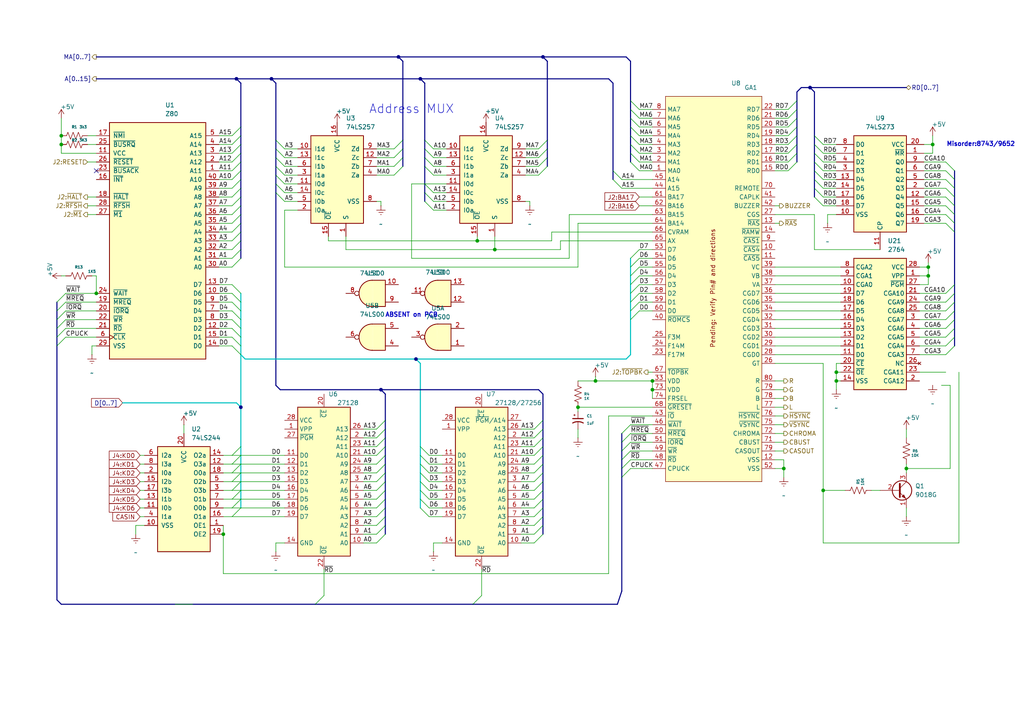
<source format=kicad_sch>
(kicad_sch (version 20231120) (generator "eeschema") (generator_version "8.0")
  (paper "A4")
  (title_block (title "Laser 500 (PAL) Main Circuit"))
  (junction (at 167.64 118.11))
  (junction (at 270.51 41.91))
  (junction (at 138.43 69.85))
  (junction (at 269.24 77.47))
  (junction (at 269.24 80.01))
  (junction (at 234.95 25.4))
  (junction (at 189.23 110.49))
  (junction (at 262.89 135.89))
  (junction (at 238.76 142.24))
  (junction (at 78.74 22.86))
  (junction (at 242.57 110.49))
  (junction (at 27.94 85.09))
  (junction (at 242.57 107.95))
  (junction (at 64.77 154.94))
  (junction (at 17.78 39.37))
  (junction (at 172.72 110.49))
  (junction (at 115.57 16.51))
  (junction (at 17.78 41.91))
  (junction (at 157.48 16.51))
  (junction (at 110.49 113.03))
  (junction (at 143.51 72.39))
  (junction (at 189.23 113.03))
  (junction (at 121.92 22.86))
  (junction (at 120.65 104.14))
  (junction (at 69.85 118.11))
  (junction (at 68.58 22.86))
  (junction (at 227.33 135.89))
  (no_connect (at 27.94 49.53))
  (bus_entry (at 274.32 64.77) (size 2.54 2.54))
  (bus_entry (at 111.76 147.32) (size -2.54 2.54))
  (bus_entry (at 69.85 139.7) (size -2.54 2.54))
  (bus_entry (at 157.48 137.16) (size -2.54 2.54))
  (bus_entry (at 182.88 123.19) (size -2.54 2.54))
  (bus_entry (at 236.22 46.99) (size 2.54 2.54))
  (bus_entry (at 69.85 142.24) (size -2.54 2.54))
  (bus_entry (at 121.92 137.16) (size 2.54 2.54))
  (bus_entry (at 276.86 92.71) (size -2.54 2.54))
  (bus_entry (at 236.22 41.91) (size 2.54 2.54))
  (bus_entry (at 93.98 172.72) (size -2.54 2.54))
  (bus_entry (at 276.86 95.25) (size -2.54 2.54))
  (bus_entry (at 123.19 48.26) (size 2.54 2.54))
  (bus_entry (at 67.31 100.33) (size 2.54 2.54))
  (bus_entry (at 111.76 154.94) (size -2.54 2.54))
  (bus_entry (at 123.19 53.34) (size 2.54 2.54))
  (bus_entry (at 274.32 59.69) (size 2.54 2.54))
  (bus_entry (at 182.88 128.27) (size -2.54 2.54))
  (bus_entry (at 276.86 90.17) (size -2.54 2.54))
  (bus_entry (at 69.85 57.15) (size -2.54 2.54))
  (bus_entry (at 111.76 137.16) (size -2.54 2.54))
  (bus_entry (at 69.85 69.85) (size -2.54 2.54))
  (bus_entry (at 276.86 87.63) (size -2.54 2.54))
  (bus_entry (at 274.32 54.61) (size 2.54 2.54))
  (bus_entry (at 231.14 41.91) (size -2.54 2.54))
  (bus_entry (at 111.76 152.4) (size -2.54 2.54))
  (bus_entry (at 231.14 34.29) (size -2.54 2.54))
  (bus_entry (at 67.31 82.55) (size 2.54 2.54))
  (bus_entry (at 276.86 100.33) (size -2.54 2.54))
  (bus_entry (at 19.05 87.63) (size -2.54 2.54))
  (bus_entry (at 139.7 172.72) (size -2.54 2.54))
  (bus_entry (at 158.75 43.18) (size -2.54 2.54))
  (bus_entry (at 185.42 82.55) (size -2.54 2.54))
  (bus_entry (at 177.8 49.53) (size 2.54 2.54))
  (bus_entry (at 116.84 48.26) (size -2.54 2.54))
  (bus_entry (at 274.32 57.15) (size 2.54 2.54))
  (bus_entry (at 274.32 52.07) (size 2.54 2.54))
  (bus_entry (at 69.85 36.83) (size -2.54 2.54))
  (bus_entry (at 19.05 92.71) (size -2.54 2.54))
  (bus_entry (at 19.05 95.25) (size -2.54 2.54))
  (bus_entry (at 121.92 147.32) (size 2.54 2.54))
  (bus_entry (at 157.48 132.08) (size -2.54 2.54))
  (bus_entry (at 111.76 121.92) (size -2.54 2.54))
  (bus_entry (at 111.76 129.54) (size -2.54 2.54))
  (bus_entry (at 157.48 129.54) (size -2.54 2.54))
  (bus_entry (at 67.31 95.25) (size 2.54 2.54))
  (bus_entry (at 182.88 46.99) (size 2.54 2.54))
  (bus_entry (at 185.42 72.39) (size -2.54 2.54))
  (bus_entry (at 67.31 92.71) (size 2.54 2.54))
  (bus_entry (at 69.85 46.99) (size -2.54 2.54))
  (bus_entry (at 123.19 40.64) (size 2.54 2.54))
  (bus_entry (at 80.01 48.26) (size 2.54 2.54))
  (bus_entry (at 157.48 142.24) (size -2.54 2.54))
  (bus_entry (at 236.22 39.37) (size 2.54 2.54))
  (bus_entry (at 121.92 129.54) (size 2.54 2.54))
  (bus_entry (at 231.14 46.99) (size -2.54 2.54))
  (bus_entry (at 69.85 144.78) (size -2.54 2.54))
  (bus_entry (at 69.85 59.69) (size -2.54 2.54))
  (bus_entry (at 69.85 134.62) (size -2.54 2.54))
  (bus_entry (at 236.22 57.15) (size 2.54 2.54))
  (bus_entry (at 185.42 74.93) (size -2.54 2.54))
  (bus_entry (at 121.92 132.08) (size 2.54 2.54))
  (bus_entry (at 158.75 45.72) (size -2.54 2.54))
  (bus_entry (at 69.85 52.07) (size -2.54 2.54))
  (bus_entry (at 157.48 124.46) (size -2.54 2.54))
  (bus_entry (at 116.84 40.64) (size -2.54 2.54))
  (bus_entry (at 121.92 139.7) (size 2.54 2.54))
  (bus_entry (at 121.92 142.24) (size 2.54 2.54))
  (bus_entry (at 276.86 85.09) (size -2.54 2.54))
  (bus_entry (at 121.92 134.62) (size 2.54 2.54))
  (bus_entry (at 69.85 72.39) (size -2.54 2.54))
  (bus_entry (at 236.22 49.53) (size 2.54 2.54))
  (bus_entry (at 231.14 31.75) (size -2.54 2.54))
  (bus_entry (at 69.85 39.37) (size -2.54 2.54))
  (bus_entry (at 236.22 52.07) (size 2.54 2.54))
  (bus_entry (at 111.76 149.86) (size -2.54 2.54))
  (bus_entry (at 69.85 132.08) (size -2.54 2.54))
  (bus_entry (at 69.85 54.61) (size -2.54 2.54))
  (bus_entry (at 158.75 40.64) (size -2.54 2.54))
  (bus_entry (at 111.76 144.78) (size -2.54 2.54))
  (bus_entry (at 157.48 139.7) (size -2.54 2.54))
  (bus_entry (at 123.19 43.18) (size 2.54 2.54))
  (bus_entry (at 157.48 147.32) (size -2.54 2.54))
  (bus_entry (at 185.42 85.09) (size -2.54 2.54))
  (bus_entry (at 231.14 29.21) (size -2.54 2.54))
  (bus_entry (at 182.88 130.81) (size -2.54 2.54))
  (bus_entry (at 123.19 55.88) (size 2.54 2.54))
  (bus_entry (at 69.85 147.32) (size -2.54 2.54))
  (bus_entry (at 69.85 129.54) (size -2.54 2.54))
  (bus_entry (at 185.42 90.17) (size -2.54 2.54))
  (bus_entry (at 111.76 134.62) (size -2.54 2.54))
  (bus_entry (at 116.84 43.18) (size -2.54 2.54))
  (bus_entry (at 67.31 97.79) (size 2.54 2.54))
  (bus_entry (at 274.32 49.53) (size 2.54 2.54))
  (bus_entry (at 182.88 36.83) (size 2.54 2.54))
  (bus_entry (at 80.01 43.18) (size 2.54 2.54))
  (bus_entry (at 69.85 62.23) (size -2.54 2.54))
  (bus_entry (at 111.76 127) (size -2.54 2.54))
  (bus_entry (at 157.48 152.4) (size -2.54 2.54))
  (bus_entry (at 157.48 127) (size -2.54 2.54))
  (bus_entry (at 19.05 97.79) (size -2.54 2.54))
  (bus_entry (at 231.14 39.37) (size -2.54 2.54))
  (bus_entry (at 274.32 46.99) (size 2.54 2.54))
  (bus_entry (at 111.76 124.46) (size -2.54 2.54))
  (bus_entry (at 231.14 36.83) (size -2.54 2.54))
  (bus_entry (at 276.86 97.79) (size -2.54 2.54))
  (bus_entry (at 80.01 55.88) (size 2.54 2.54))
  (bus_entry (at 182.88 34.29) (size 2.54 2.54))
  (bus_entry (at 182.88 31.75) (size 2.54 2.54))
  (bus_entry (at 182.88 29.21) (size 2.54 2.54))
  (bus_entry (at 111.76 132.08) (size -2.54 2.54))
  (bus_entry (at 19.05 90.17) (size -2.54 2.54))
  (bus_entry (at 123.19 58.42) (size 2.54 2.54))
  (bus_entry (at 157.48 121.92) (size -2.54 2.54))
  (bus_entry (at 116.84 45.72) (size -2.54 2.54))
  (bus_entry (at 236.22 54.61) (size 2.54 2.54))
  (bus_entry (at 111.76 139.7) (size -2.54 2.54))
  (bus_entry (at 185.42 77.47) (size -2.54 2.54))
  (bus_entry (at 182.88 39.37) (size 2.54 2.54))
  (bus_entry (at 69.85 49.53) (size -2.54 2.54))
  (bus_entry (at 185.42 80.01) (size -2.54 2.54))
  (bus_entry (at 274.32 62.23) (size 2.54 2.54))
  (bus_entry (at 182.88 125.73) (size -2.54 2.54))
  (bus_entry (at 157.48 154.94) (size -2.54 2.54))
  (bus_entry (at 157.48 134.62) (size -2.54 2.54))
  (bus_entry (at 80.01 40.64) (size 2.54 2.54))
  (bus_entry (at 123.19 45.72) (size 2.54 2.54))
  (bus_entry (at 69.85 44.45) (size -2.54 2.54))
  (bus_entry (at 67.31 85.09) (size 2.54 2.54))
  (bus_entry (at 111.76 142.24) (size -2.54 2.54))
  (bus_entry (at 182.88 44.45) (size 2.54 2.54))
  (bus_entry (at 80.01 50.8) (size 2.54 2.54))
  (bus_entry (at 67.31 90.17) (size 2.54 2.54))
  (bus_entry (at 185.42 87.63) (size -2.54 2.54))
  (bus_entry (at 231.14 44.45) (size -2.54 2.54))
  (bus_entry (at 69.85 74.93) (size -2.54 2.54))
  (bus_entry (at 157.48 149.86) (size -2.54 2.54))
  (bus_entry (at 80.01 53.34) (size 2.54 2.54))
  (bus_entry (at 236.22 44.45) (size 2.54 2.54))
  (bus_entry (at 121.92 144.78) (size 2.54 2.54))
  (bus_entry (at 182.88 135.89) (size -2.54 2.54))
  (bus_entry (at 67.31 87.63) (size 2.54 2.54))
  (bus_entry (at 69.85 137.16) (size -2.54 2.54))
  (bus_entry (at 69.85 64.77) (size -2.54 2.54))
  (bus_entry (at 182.88 133.35) (size -2.54 2.54))
  (bus_entry (at 69.85 67.31) (size -2.54 2.54))
  (bus_entry (at 80.01 45.72) (size 2.54 2.54))
  (bus_entry (at 157.48 144.78) (size -2.54 2.54))
  (bus_entry (at 19.05 85.09) (size -2.54 2.54))
  (bus_entry (at 69.85 41.91) (size -2.54 2.54))
  (bus_entry (at 276.86 82.55) (size -2.54 2.54))
  (bus_entry (at 177.8 52.07) (size 2.54 2.54))
  (bus_entry (at 158.75 48.26) (size -2.54 2.54))
  (bus_entry (at 182.88 41.91) (size 2.54 2.54))
  (wire (pts (xy 63.5 57.15) (xy 67.31 57.15)))
  (bus (pts (xy 16.51 100.33) (xy 16.51 173.99)))
  (wire (pts (xy 64.77 166.37) (xy 176.53 166.37)))
  (bus (pts (xy 158.75 40.64) (xy 158.75 43.18)))
  (wire (pts (xy 19.05 90.17) (xy 27.94 90.17)))
  (wire (pts (xy 180.34 52.07) (xy 189.23 52.07)))
  (bus (pts (xy 276.86 90.17) (xy 276.86 92.71)))
  (bus (pts (xy 182.88 31.75) (xy 182.88 34.29)))
  (bus (pts (xy 157.48 114.3) (xy 157.48 121.92)))
  (wire (pts (xy 185.42 87.63) (xy 189.23 87.63)))
  (wire (pts (xy 25.4 39.37) (xy 27.94 39.37)))
  (wire (pts (xy 139.7 165.1) (xy 139.7 172.72)))
  (bus (pts (xy 276.86 62.23) (xy 276.86 64.77)))
  (wire (pts (xy 95.25 69.85) (xy 138.43 69.85)))
  (bus (pts (xy 69.85 24.13) (xy 69.85 36.83)))
  (wire (pts (xy 80.01 157.48) (xy 80.01 160.02)))
  (wire (pts (xy 69.85 139.7) (xy 82.55 139.7)))
  (wire (pts (xy 67.31 132.08) (xy 64.77 132.08)))
  (wire (pts (xy 124.46 144.78) (xy 128.27 144.78)))
  (bus (pts (xy 231.14 34.29) (xy 231.14 36.83)))
  (wire (pts (xy 40.64 142.24) (xy 41.91 142.24)))
  (wire (pts (xy 67.31 149.86) (xy 64.77 149.86)))
  (wire (pts (xy 262.89 134.62) (xy 262.89 135.89)))
  (wire (pts (xy 63.5 41.91) (xy 67.31 41.91)))
  (wire (pts (xy 238.76 41.91) (xy 242.57 41.91)))
  (wire (pts (xy 167.64 64.77) (xy 167.64 77.47)))
  (wire (pts (xy 185.42 74.93) (xy 189.23 74.93)))
  (wire (pts (xy 227.33 128.27) (xy 224.79 128.27)))
  (wire (pts (xy 17.78 34.29) (xy 17.78 39.37)))
  (bus (pts (xy 116.84 17.78) (xy 115.57 16.51)))
  (wire (pts (xy 125.73 45.72) (xy 129.54 45.72)))
  (wire (pts (xy 69.85 147.32) (xy 67.31 147.32)))
  (wire (pts (xy 63.5 52.07) (xy 67.31 52.07)))
  (bus (pts (xy 111.76 144.78) (xy 111.76 147.32)))
  (wire (pts (xy 167.64 64.77) (xy 189.23 64.77)))
  (wire (pts (xy 224.79 77.47) (xy 243.84 77.47)))
  (bus (pts (xy 276.86 64.77) (xy 276.86 67.31)))
  (wire (pts (xy 25.4 59.69) (xy 27.94 59.69)))
  (wire (pts (xy 185.42 59.69) (xy 189.23 59.69)))
  (bus (pts (xy 69.85 57.15) (xy 69.85 59.69)))
  (bus (pts (xy 69.85 144.78) (xy 69.85 147.32)) (stroke (width 0) (color 0 194 194 1)))
  (wire (pts (xy 95.25 68.58) (xy 95.25 69.85)))
  (bus (pts (xy 69.85 54.61) (xy 69.85 57.15)))
  (bus (pts (xy 35.56 116.84) (xy 68.58 116.84)) (stroke (width 0) (color 0 194 194 1)))
  (bus (pts (xy 69.85 102.87) (xy 69.85 118.11)) (stroke (width 0) (color 0 194 194 1)))
  (bus (pts (xy 177.8 24.13) (xy 177.8 49.53)))
  (wire (pts (xy 267.97 57.15) (xy 274.32 57.15)))
  (bus (pts (xy 16.51 87.63) (xy 16.51 90.17)))
  (wire (pts (xy 105.41 142.24) (xy 109.22 142.24)))
  (wire (pts (xy 151.13 154.94) (xy 154.94 154.94)))
  (bus (pts (xy 182.88 29.21) (xy 182.88 31.75)))
  (wire (pts (xy 152.4 43.18) (xy 156.21 43.18)))
  (bus (pts (xy 115.57 16.51) (xy 157.48 16.51)))
  (wire (pts (xy 227.33 113.03) (xy 224.79 113.03)))
  (wire (pts (xy 238.76 142.24) (xy 245.11 142.24)))
  (wire (pts (xy 67.31 144.78) (xy 64.77 144.78)))
  (wire (pts (xy 63.5 69.85) (xy 67.31 69.85)))
  (wire (pts (xy 224.79 102.87) (xy 243.84 102.87)))
  (bus (pts (xy 234.95 25.4) (xy 262.89 25.4)))
  (bus (pts (xy 111.76 124.46) (xy 111.76 127)))
  (wire (pts (xy 63.5 97.79) (xy 67.31 97.79)))
  (wire (pts (xy 19.05 97.79) (xy 27.94 97.79)))
  (wire (pts (xy 143.51 68.58) (xy 143.51 72.39)))
  (bus (pts (xy 276.86 49.53) (xy 276.86 52.07)))
  (wire (pts (xy 64.77 152.4) (xy 64.77 154.94)))
  (wire (pts (xy 185.42 77.47) (xy 189.23 77.47)))
  (bus (pts (xy 231.14 41.91) (xy 231.14 44.45)))
  (wire (pts (xy 105.41 129.54) (xy 109.22 129.54)))
  (bus (pts (xy 176.53 22.86) (xy 177.8 24.13)))
  (wire (pts (xy 238.76 52.07) (xy 242.57 52.07)))
  (wire (pts (xy 25.4 46.99) (xy 27.94 46.99)))
  (bus (pts (xy 158.75 45.72) (xy 158.75 48.26)))
  (wire (pts (xy 82.55 58.42) (xy 86.36 58.42)))
  (bus (pts (xy 71.12 104.14) (xy 69.85 102.87)) (stroke (width 0) (color 0 194 194 1)))
  (bus (pts (xy 121.92 129.54) (xy 121.92 105.41)) (stroke (width 0) (color 0 194 194 1)))
  (wire (pts (xy 185.42 82.55) (xy 189.23 82.55)))
  (bus (pts (xy 111.76 121.92) (xy 111.76 124.46)))
  (wire (pts (xy 185.42 39.37) (xy 189.23 39.37)))
  (bus (pts (xy 157.48 149.86) (xy 157.48 152.4)))
  (wire (pts (xy 63.5 64.77) (xy 67.31 64.77)))
  (wire (pts (xy 63.5 74.93) (xy 67.31 74.93)))
  (wire (pts (xy 63.5 67.31) (xy 67.31 67.31)))
  (bus (pts (xy 69.85 87.63) (xy 69.85 90.17)) (stroke (width 0) (color 0 194 194 1)))
  (bus (pts (xy 177.8 49.53) (xy 177.8 52.07)))
  (wire (pts (xy 151.13 129.54) (xy 154.94 129.54)))
  (wire (pts (xy 124.46 142.24) (xy 128.27 142.24)))
  (wire (pts (xy 262.89 124.46) (xy 262.89 127)))
  (bus (pts (xy 157.48 129.54) (xy 157.48 132.08)))
  (wire (pts (xy 63.5 85.09) (xy 67.31 85.09)))
  (wire (pts (xy 182.88 123.19) (xy 189.23 123.19)))
  (bus (pts (xy 276.86 92.71) (xy 276.86 95.25)))
  (bus (pts (xy 236.22 52.07) (xy 236.22 54.61)))
  (bus (pts (xy 232.41 25.4) (xy 234.95 25.4)))
  (bus (pts (xy 80.01 53.34) (xy 80.01 50.8)))
  (bus (pts (xy 236.22 46.99) (xy 236.22 49.53)))
  (wire (pts (xy 19.05 92.71) (xy 27.94 92.71)))
  (bus (pts (xy 80.01 24.13) (xy 80.01 40.64)))
  (wire (pts (xy 224.79 80.01) (xy 243.84 80.01)))
  (wire (pts (xy 185.42 34.29) (xy 189.23 34.29)))
  (wire (pts (xy 224.79 95.25) (xy 243.84 95.25)))
  (wire (pts (xy 185.42 57.15) (xy 189.23 57.15)))
  (wire (pts (xy 40.64 149.86) (xy 41.91 149.86)))
  (bus (pts (xy 121.92 22.86) (xy 176.53 22.86)))
  (bus (pts (xy 121.92 105.41) (xy 120.65 104.14)) (stroke (width 0) (color 0 194 194 1)))
  (bus (pts (xy 157.48 139.7) (xy 157.48 142.24)))
  (wire (pts (xy 82.55 60.96) (xy 86.36 60.96)))
  (wire (pts (xy 25.4 57.15) (xy 27.94 57.15)))
  (wire (pts (xy 224.79 34.29) (xy 228.6 34.29)))
  (wire (pts (xy 185.42 41.91) (xy 189.23 41.91)))
  (bus (pts (xy 156.21 113.03) (xy 157.48 114.3)))
  (wire (pts (xy 238.76 57.15) (xy 242.57 57.15)))
  (wire (pts (xy 267.97 41.91) (xy 270.51 41.91)))
  (wire (pts (xy 151.13 152.4) (xy 154.94 152.4)))
  (bus (pts (xy 111.76 142.24) (xy 111.76 144.78)))
  (wire (pts (xy 242.57 105.41) (xy 242.57 107.95)))
  (wire (pts (xy 19.05 95.25) (xy 27.94 95.25)))
  (bus (pts (xy 231.14 26.67) (xy 232.41 25.4)))
  (wire (pts (xy 267.97 49.53) (xy 274.32 49.53)))
  (wire (pts (xy 50.8 175.26) (xy 55.88 175.26)))
  (wire (pts (xy 227.33 115.57) (xy 224.79 115.57)))
  (bus (pts (xy 69.85 59.69) (xy 69.85 62.23)))
  (wire (pts (xy 69.85 147.32) (xy 82.55 147.32)))
  (bus (pts (xy 80.01 24.13) (xy 78.74 22.86)))
  (bus (pts (xy 157.48 16.51) (xy 158.75 17.78)))
  (wire (pts (xy 238.76 157.48) (xy 278.13 157.48)))
  (wire (pts (xy 40.64 144.78) (xy 41.91 144.78)))
  (bus (pts (xy 111.76 132.08) (xy 111.76 134.62)))
  (wire (pts (xy 105.41 139.7) (xy 109.22 139.7)))
  (bus (pts (xy 78.74 22.86) (xy 121.92 22.86)))
  (bus (pts (xy 69.85 97.79) (xy 69.85 100.33)) (stroke (width 0) (color 0 194 194 1)))
  (bus (pts (xy 69.85 134.62) (xy 69.85 137.16)) (stroke (width 0) (color 0 194 194 1)))
  (wire (pts (xy 165.1 62.23) (xy 189.23 62.23)))
  (wire (pts (xy 187.96 107.95) (xy 189.23 107.95)))
  (wire (pts (xy 151.13 147.32) (xy 154.94 147.32)))
  (wire (pts (xy 123.19 53.34) (xy 129.54 53.34)))
  (wire (pts (xy 227.33 125.73) (xy 224.79 125.73)))
  (bus (pts (xy 111.76 127) (xy 111.76 129.54)))
  (wire (pts (xy 266.7 97.79) (xy 274.32 97.79)))
  (bus (pts (xy 121.92 22.86) (xy 123.19 24.13)))
  (bus (pts (xy 182.88 34.29) (xy 182.88 36.83)))
  (wire (pts (xy 266.7 100.33) (xy 274.32 100.33)))
  (wire (pts (xy 124.46 139.7) (xy 128.27 139.7)))
  (bus (pts (xy 81.28 113.03) (xy 110.49 113.03)))
  (wire (pts (xy 224.79 85.09) (xy 243.84 85.09)))
  (bus (pts (xy 157.48 16.51) (xy 181.61 16.51)))
  (bus (pts (xy 17.78 175.26) (xy 16.51 173.99)))
  (wire (pts (xy 105.41 132.08) (xy 109.22 132.08)))
  (bus (pts (xy 182.88 17.78) (xy 181.61 16.51)))
  (wire (pts (xy 63.5 100.33) (xy 67.31 100.33)))
  (bus (pts (xy 276.86 57.15) (xy 276.86 59.69)))
  (wire (pts (xy 269.24 77.47) (xy 269.24 80.01)))
  (bus (pts (xy 121.92 147.32) (xy 121.92 144.78)) (stroke (width 0) (color 0 194 194 1)))
  (bus (pts (xy 69.85 67.31) (xy 69.85 69.85)))
  (bus (pts (xy 182.88 41.91) (xy 182.88 44.45)))
  (bus (pts (xy 157.48 137.16) (xy 157.48 139.7)))
  (bus (pts (xy 69.85 36.83) (xy 69.85 39.37)))
  (wire (pts (xy 182.88 128.27) (xy 189.23 128.27)))
  (wire (pts (xy 227.33 135.89) (xy 227.33 138.43)))
  (wire (pts (xy 267.97 62.23) (xy 274.32 62.23)))
  (wire (pts (xy 124.46 149.86) (xy 128.27 149.86)))
  (wire (pts (xy 238.76 46.99) (xy 242.57 46.99)))
  (bus (pts (xy 69.85 92.71) (xy 69.85 95.25)) (stroke (width 0) (color 0 194 194 1)))
  (bus (pts (xy 69.85 24.13) (xy 68.58 22.86)))
  (bus (pts (xy 123.19 45.72) (xy 123.19 48.26)))
  (wire (pts (xy 69.85 132.08) (xy 67.31 132.08)))
  (wire (pts (xy 236.22 62.23) (xy 236.22 72.39)))
  (wire (pts (xy 105.41 147.32) (xy 109.22 147.32)))
  (wire (pts (xy 224.79 39.37) (xy 228.6 39.37)))
  (wire (pts (xy 151.13 137.16) (xy 154.94 137.16)))
  (bus (pts (xy 69.85 41.91) (xy 69.85 44.45)))
  (wire (pts (xy 69.85 132.08) (xy 82.55 132.08)))
  (wire (pts (xy 224.79 100.33) (xy 243.84 100.33)))
  (bus (pts (xy 69.85 90.17) (xy 69.85 92.71)) (stroke (width 0) (color 0 194 194 1)))
  (wire (pts (xy 162.56 69.85) (xy 162.56 72.39)))
  (wire (pts (xy 269.24 76.2) (xy 269.24 77.47)))
  (wire (pts (xy 82.55 60.96) (xy 82.55 77.47)))
  (wire (pts (xy 63.5 72.39) (xy 67.31 72.39)))
  (wire (pts (xy 238.76 54.61) (xy 242.57 54.61)))
  (wire (pts (xy 266.7 87.63) (xy 274.32 87.63)))
  (bus (pts (xy 121.92 144.78) (xy 121.92 142.24)) (stroke (width 0) (color 0 194 194 1)))
  (wire (pts (xy 189.23 113.03) (xy 189.23 115.57)))
  (wire (pts (xy 69.85 137.16) (xy 82.55 137.16)))
  (wire (pts (xy 17.78 41.91) (xy 17.78 44.45)))
  (wire (pts (xy 165.1 62.23) (xy 165.1 74.93)))
  (wire (pts (xy 240.03 62.23) (xy 240.03 64.77)))
  (wire (pts (xy 266.7 77.47) (xy 269.24 77.47)))
  (wire (pts (xy 124.46 134.62) (xy 128.27 134.62)))
  (wire (pts (xy 172.72 110.49) (xy 189.23 110.49)))
  (wire (pts (xy 227.33 120.65) (xy 224.79 120.65)))
  (wire (pts (xy 238.76 49.53) (xy 242.57 49.53)))
  (wire (pts (xy 153.67 58.42) (xy 153.67 59.69)))
  (bus (pts (xy 231.14 39.37) (xy 231.14 41.91)))
  (wire (pts (xy 151.13 134.62) (xy 154.94 134.62)))
  (bus (pts (xy 157.48 127) (xy 157.48 129.54)))
  (wire (pts (xy 224.79 31.75) (xy 228.6 31.75)))
  (bus (pts (xy 27.94 16.51) (xy 115.57 16.51)))
  (wire (pts (xy 242.57 110.49) (xy 242.57 113.03)))
  (bus (pts (xy 69.85 95.25) (xy 69.85 97.79)) (stroke (width 0) (color 0 194 194 1)))
  (bus (pts (xy 231.14 29.21) (xy 231.14 31.75)))
  (bus (pts (xy 69.85 142.24) (xy 69.85 144.78)) (stroke (width 0) (color 0 194 194 1)))
  (bus (pts (xy 236.22 41.91) (xy 236.22 44.45)))
  (bus (pts (xy 276.86 82.55) (xy 276.86 85.09)))
  (bus (pts (xy 69.85 52.07) (xy 69.85 54.61)))
  (bus (pts (xy 116.84 43.18) (xy 116.84 45.72)))
  (wire (pts (xy 40.64 132.08) (xy 41.91 132.08)))
  (wire (pts (xy 17.78 44.45) (xy 27.94 44.45)))
  (bus (pts (xy 231.14 29.21) (xy 231.14 26.67)))
  (wire (pts (xy 151.13 142.24) (xy 154.94 142.24)))
  (wire (pts (xy 152.4 58.42) (xy 153.67 58.42)))
  (bus (pts (xy 123.19 40.64) (xy 123.19 43.18)))
  (wire (pts (xy 63.5 44.45) (xy 67.31 44.45)))
  (bus (pts (xy 69.85 69.85) (xy 69.85 72.39)))
  (bus (pts (xy 182.88 82.55) (xy 182.88 85.09)) (stroke (width 0) (color 0 194 194 1)))
  (bus (pts (xy 116.84 17.78) (xy 116.84 40.64)))
  (bus (pts (xy 80.01 55.88) (xy 80.01 53.34)))
  (bus (pts (xy 157.48 124.46) (xy 157.48 127)))
  (wire (pts (xy 125.73 157.48) (xy 128.27 157.48)))
  (wire (pts (xy 19.05 85.09) (xy 27.94 85.09)))
  (wire (pts (xy 69.85 142.24) (xy 67.31 142.24)))
  (wire (pts (xy 185.42 90.17) (xy 189.23 90.17)))
  (bus (pts (xy 182.88 85.09) (xy 182.88 87.63)) (stroke (width 0) (color 0 194 194 1)))
  (bus (pts (xy 121.92 132.08) (xy 121.92 129.54)) (stroke (width 0) (color 0 194 194 1)))
  (wire (pts (xy 125.73 58.42) (xy 129.54 58.42)))
  (bus (pts (xy 80.01 111.76) (xy 81.28 113.03)))
  (wire (pts (xy 262.89 147.32) (xy 262.89 149.86)))
  (bus (pts (xy 276.86 67.31) (xy 276.86 82.55)))
  (wire (pts (xy 182.88 130.81) (xy 189.23 130.81)))
  (wire (pts (xy 242.57 110.49) (xy 243.84 110.49)))
  (bus (pts (xy 69.85 137.16) (xy 69.85 139.7)) (stroke (width 0) (color 0 194 194 1)))
  (wire (pts (xy 41.91 152.4) (xy 39.37 152.4)))
  (bus (pts (xy 182.88 17.78) (xy 182.88 29.21)))
  (bus (pts (xy 121.92 134.62) (xy 121.92 132.08)) (stroke (width 0) (color 0 194 194 1)))
  (wire (pts (xy 105.41 127) (xy 109.22 127)))
  (wire (pts (xy 67.31 137.16) (xy 64.77 137.16)))
  (bus (pts (xy 182.88 36.83) (xy 182.88 39.37)))
  (wire (pts (xy 267.97 52.07) (xy 274.32 52.07)))
  (wire (pts (xy 151.13 157.48) (xy 154.94 157.48)))
  (wire (pts (xy 63.5 77.47) (xy 67.31 77.47)))
  (wire (pts (xy 138.43 69.85) (xy 160.02 69.85)))
  (bus (pts (xy 180.34 138.43) (xy 180.34 171.45)))
  (wire (pts (xy 100.33 72.39) (xy 143.51 72.39)))
  (wire (pts (xy 227.33 130.81) (xy 224.79 130.81)))
  (wire (pts (xy 152.4 48.26) (xy 156.21 48.26)))
  (bus (pts (xy 180.34 171.45) (xy 179.07 175.26)))
  (wire (pts (xy 119.38 53.34) (xy 119.38 74.93)))
  (wire (pts (xy 82.55 77.47) (xy 167.64 77.47)))
  (bus (pts (xy 137.16 175.26) (xy 179.07 175.26)))
  (wire (pts (xy 167.64 124.46) (xy 167.64 127)))
  (bus (pts (xy 111.76 139.7) (xy 111.76 142.24)))
  (wire (pts (xy 125.73 48.26) (xy 129.54 48.26)))
  (bus (pts (xy 231.14 31.75) (xy 231.14 34.29)))
  (bus (pts (xy 276.86 95.25) (xy 276.86 97.79)))
  (bus (pts (xy 110.49 113.03) (xy 111.76 114.3)))
  (bus (pts (xy 182.88 92.71) (xy 182.88 102.87)) (stroke (width 0) (color 0 194 194 1)))
  (wire (pts (xy 182.88 133.35) (xy 189.23 133.35)))
  (bus (pts (xy 16.51 90.17) (xy 16.51 92.71)))
  (bus (pts (xy 157.48 142.24) (xy 157.48 144.78)))
  (bus (pts (xy 120.65 104.14) (xy 181.61 104.14)) (stroke (width 0) (color 0 194 194 1)))
  (bus (pts (xy 69.85 100.33) (xy 69.85 102.87)) (stroke (width 0) (color 0 194 194 1)))
  (bus (pts (xy 80.01 50.8) (xy 80.01 48.26)))
  (wire (pts (xy 67.31 139.7) (xy 64.77 139.7)))
  (bus (pts (xy 182.88 77.47) (xy 182.88 80.01)) (stroke (width 0) (color 0 194 194 1)))
  (bus (pts (xy 116.84 45.72) (xy 116.84 48.26)))
  (wire (pts (xy 152.4 50.8) (xy 156.21 50.8)))
  (wire (pts (xy 124.46 147.32) (xy 128.27 147.32)))
  (wire (pts (xy 176.53 120.65) (xy 176.53 166.37)))
  (bus (pts (xy 69.85 62.23) (xy 69.85 64.77)))
  (wire (pts (xy 252.73 142.24) (xy 255.27 142.24)))
  (wire (pts (xy 82.55 53.34) (xy 86.36 53.34)))
  (wire (pts (xy 105.41 152.4) (xy 109.22 152.4)))
  (wire (pts (xy 63.5 82.55) (xy 67.31 82.55)))
  (wire (pts (xy 224.79 90.17) (xy 243.84 90.17)))
  (wire (pts (xy 63.5 62.23) (xy 67.31 62.23)))
  (wire (pts (xy 266.7 102.87) (xy 274.32 102.87)))
  (bus (pts (xy 158.75 17.78) (xy 158.75 40.64)))
  (wire (pts (xy 82.55 43.18) (xy 86.36 43.18)))
  (wire (pts (xy 240.03 62.23) (xy 242.57 62.23)))
  (wire (pts (xy 152.4 45.72) (xy 156.21 45.72)))
  (wire (pts (xy 100.33 68.58) (xy 100.33 72.39)))
  (wire (pts (xy 160.02 67.31) (xy 160.02 69.85)))
  (wire (pts (xy 224.79 49.53) (xy 228.6 49.53)))
  (bus (pts (xy 111.76 147.32) (xy 111.76 149.86)))
  (wire (pts (xy 67.31 147.32) (xy 64.77 147.32)))
  (bus (pts (xy 91.44 175.26) (xy 137.16 175.26)))
  (bus (pts (xy 69.85 44.45) (xy 69.85 46.99)))
  (bus (pts (xy 276.86 54.61) (xy 276.86 57.15)))
  (wire (pts (xy 25.4 41.91) (xy 27.94 41.91)))
  (wire (pts (xy 266.7 92.71) (xy 274.32 92.71)))
  (wire (pts (xy 224.79 41.91) (xy 228.6 41.91)))
  (wire (pts (xy 125.73 50.8) (xy 129.54 50.8)))
  (wire (pts (xy 40.64 147.32) (xy 41.91 147.32)))
  (wire (pts (xy 40.64 134.62) (xy 41.91 134.62)))
  (bus (pts (xy 111.76 152.4) (xy 111.76 154.94)))
  (bus (pts (xy 182.88 44.45) (xy 182.88 46.99)))
  (wire (pts (xy 63.5 90.17) (xy 67.31 90.17)))
  (wire (pts (xy 125.73 43.18) (xy 129.54 43.18)))
  (wire (pts (xy 69.85 134.62) (xy 67.31 134.62)))
  (bus (pts (xy 236.22 39.37) (xy 236.22 41.91)))
  (bus (pts (xy 123.19 48.26) (xy 123.19 53.34)))
  (wire (pts (xy 266.7 82.55) (xy 269.24 82.55)))
  (wire (pts (xy 105.41 144.78) (xy 109.22 144.78)))
  (wire (pts (xy 105.41 137.16) (xy 109.22 137.16)))
  (wire (pts (xy 109.22 48.26) (xy 114.3 48.26)))
  (bus (pts (xy 69.85 49.53) (xy 69.85 52.07)))
  (wire (pts (xy 262.89 135.89) (xy 262.89 137.16)))
  (wire (pts (xy 266.7 95.25) (xy 274.32 95.25)))
  (bus (pts (xy 157.48 121.92) (xy 157.48 124.46)))
  (wire (pts (xy 227.33 110.49) (xy 224.79 110.49)))
  (wire (pts (xy 82.55 50.8) (xy 86.36 50.8)))
  (wire (pts (xy 105.41 154.94) (xy 109.22 154.94)))
  (wire (pts (xy 224.79 135.89) (xy 227.33 135.89)))
  (wire (pts (xy 109.22 58.42) (xy 110.49 58.42)))
  (bus (pts (xy 180.34 130.81) (xy 180.34 133.35)))
  (bus (pts (xy 276.86 52.07) (xy 276.86 54.61)))
  (wire (pts (xy 69.85 142.24) (xy 82.55 142.24)))
  (bus (pts (xy 111.76 114.3) (xy 111.76 121.92)))
  (wire (pts (xy 109.22 50.8) (xy 114.3 50.8)))
  (wire (pts (xy 238.76 142.24) (xy 238.76 157.48)))
  (bus (pts (xy 69.85 132.08) (xy 69.85 134.62)) (stroke (width 0) (color 0 194 194 1)))
  (wire (pts (xy 69.85 137.16) (xy 67.31 137.16)))
  (bus (pts (xy 231.14 36.83) (xy 231.14 39.37)))
  (bus (pts (xy 111.76 149.86) (xy 111.76 152.4)))
  (wire (pts (xy 185.42 44.45) (xy 189.23 44.45)))
  (bus (pts (xy 121.92 142.24) (xy 121.92 139.7)) (stroke (width 0) (color 0 194 194 1)))
  (wire (pts (xy 224.79 44.45) (xy 228.6 44.45)))
  (wire (pts (xy 69.85 144.78) (xy 82.55 144.78)))
  (wire (pts (xy 185.42 31.75) (xy 189.23 31.75)))
  (bus (pts (xy 236.22 44.45) (xy 236.22 46.99)))
  (wire (pts (xy 40.64 139.7) (xy 41.91 139.7)))
  (wire (pts (xy 267.97 46.99) (xy 274.32 46.99)))
  (wire (pts (xy 125.73 157.48) (xy 125.73 160.02)))
  (wire (pts (xy 227.33 133.35) (xy 227.33 135.89)))
  (bus (pts (xy 276.86 59.69) (xy 276.86 62.23)))
  (bus (pts (xy 276.86 87.63) (xy 276.86 90.17)))
  (wire (pts (xy 39.37 152.4) (xy 39.37 154.94)))
  (wire (pts (xy 63.5 54.61) (xy 67.31 54.61)))
  (wire (pts (xy 224.79 46.99) (xy 228.6 46.99)))
  (wire (pts (xy 63.5 46.99) (xy 67.31 46.99)))
  (wire (pts (xy 110.49 58.42) (xy 110.49 59.69)))
  (wire (pts (xy 125.73 60.96) (xy 129.54 60.96)))
  (wire (pts (xy 267.97 64.77) (xy 274.32 64.77)))
  (wire (pts (xy 19.05 87.63) (xy 27.94 87.63)))
  (wire (pts (xy 176.53 120.65) (xy 189.23 120.65)))
  (wire (pts (xy 224.79 97.79) (xy 243.84 97.79)))
  (wire (pts (xy 185.42 80.01) (xy 189.23 80.01)))
  (bus (pts (xy 111.76 137.16) (xy 111.76 139.7)))
  (wire (pts (xy 162.56 69.85) (xy 189.23 69.85)))
  (bus (pts (xy 236.22 52.07) (xy 236.22 49.53)))
  (wire (pts (xy 224.79 82.55) (xy 243.84 82.55)))
  (bus (pts (xy 121.92 139.7) (xy 121.92 137.16)) (stroke (width 0) (color 0 194 194 1)))
  (wire (pts (xy 119.38 53.34) (xy 123.19 53.34)))
  (wire (pts (xy 172.72 109.22) (xy 172.72 110.49)))
  (bus (pts (xy 111.76 134.62) (xy 111.76 137.16)))
  (bus (pts (xy 180.34 133.35) (xy 180.34 135.89)))
  (wire (pts (xy 105.41 157.48) (xy 109.22 157.48)))
  (bus (pts (xy 69.85 129.54) (xy 69.85 132.08)) (stroke (width 0) (color 0 194 194 1)))
  (bus (pts (xy 182.88 39.37) (xy 182.88 41.91)))
  (bus (pts (xy 182.88 74.93) (xy 182.88 77.47)) (stroke (width 0) (color 0 194 194 1)))
  (wire (pts (xy 105.41 124.46) (xy 109.22 124.46)))
  (bus (pts (xy 234.95 25.4) (xy 236.22 26.67)))
  (wire (pts (xy 27.94 100.33) (xy 26.67 100.33)))
  (wire (pts (xy 185.42 72.39) (xy 189.23 72.39)))
  (wire (pts (xy 40.64 137.16) (xy 41.91 137.16)))
  (wire (pts (xy 270.51 39.37) (xy 270.51 41.91)))
  (bus (pts (xy 80.01 45.72) (xy 80.01 43.18)))
  (wire (pts (xy 185.42 49.53) (xy 189.23 49.53)))
  (bus (pts (xy 69.85 139.7) (xy 69.85 142.24)) (stroke (width 0) (color 0 194 194 1)))
  (wire (pts (xy 167.64 118.11) (xy 189.23 118.11)))
  (bus (pts (xy 276.86 85.09) (xy 276.86 87.63)))
  (wire (pts (xy 109.22 45.72) (xy 114.3 45.72)))
  (wire (pts (xy 224.79 59.69) (xy 226.06 59.69)))
  (wire (pts (xy 273.05 111.76) (xy 275.59 111.76)))
  (bus (pts (xy 236.22 57.15) (xy 236.22 54.61)))
  (wire (pts (xy 63.5 39.37) (xy 67.31 39.37)))
  (bus (pts (xy 16.51 92.71) (xy 16.51 95.25)))
  (wire (pts (xy 267.97 44.45) (xy 270.51 44.45)))
  (bus (pts (xy 69.85 64.77) (xy 69.85 67.31)))
  (wire (pts (xy 224.79 105.41) (xy 238.76 105.41)))
  (bus (pts (xy 231.14 44.45) (xy 231.14 46.99)))
  (wire (pts (xy 224.79 133.35) (xy 227.33 133.35)))
  (wire (pts (xy 238.76 59.69) (xy 242.57 59.69)))
  (wire (pts (xy 275.59 111.76) (xy 275.59 135.89)))
  (bus (pts (xy 110.49 113.03) (xy 156.21 113.03)))
  (wire (pts (xy 236.22 72.39) (xy 255.27 72.39)))
  (wire (pts (xy 151.13 127) (xy 154.94 127)))
  (wire (pts (xy 269.24 80.01) (xy 269.24 82.55)))
  (wire (pts (xy 227.33 118.11) (xy 224.79 118.11)))
  (wire (pts (xy 63.5 92.71) (xy 67.31 92.71)))
  (wire (pts (xy 25.4 62.23) (xy 27.94 62.23)))
  (wire (pts (xy 167.64 110.49) (xy 172.72 110.49)))
  (bus (pts (xy 123.19 24.13) (xy 123.19 40.64)))
  (wire (pts (xy 80.01 157.48) (xy 82.55 157.48)))
  (wire (pts (xy 124.46 132.08) (xy 128.27 132.08)))
  (wire (pts (xy 224.79 36.83) (xy 228.6 36.83)))
  (bus (pts (xy 182.88 102.87) (xy 181.61 104.14)) (stroke (width 0) (color 0 194 194 1)))
  (wire (pts (xy 238.76 105.41) (xy 238.76 142.24)))
  (bus (pts (xy 123.19 55.88) (xy 123.19 58.42)))
  (wire (pts (xy 238.76 44.45) (xy 242.57 44.45)))
  (wire (pts (xy 69.85 134.62) (xy 82.55 134.62)))
  (wire (pts (xy 262.89 135.89) (xy 275.59 135.89)))
  (wire (pts (xy 124.46 137.16) (xy 128.27 137.16)))
  (wire (pts (xy 125.73 55.88) (xy 129.54 55.88)))
  (wire (pts (xy 266.7 90.17) (xy 274.32 90.17)))
  (wire (pts (xy 17.78 80.01) (xy 19.05 80.01)))
  (wire (pts (xy 266.7 85.09) (xy 274.32 85.09)))
  (wire (pts (xy 67.31 142.24) (xy 64.77 142.24)))
  (wire (pts (xy 63.5 59.69) (xy 67.31 59.69)))
  (wire (pts (xy 82.55 48.26) (xy 86.36 48.26)))
  (wire (pts (xy 151.13 124.46) (xy 154.94 124.46)))
  (bus (pts (xy 157.48 147.32) (xy 157.48 149.86)))
  (bus (pts (xy 180.34 128.27) (xy 180.34 130.81)))
  (bus (pts (xy 68.58 116.84) (xy 69.85 118.11)) (stroke (width 0) (color 0 194 194 1)))
  (bus (pts (xy 123.19 43.18) (xy 123.19 45.72)))
  (bus (pts (xy 180.34 125.73) (xy 180.34 128.27)))
  (wire (pts (xy 266.7 80.01) (xy 269.24 80.01)))
  (wire (pts (xy 138.43 68.58) (xy 138.43 69.85)))
  (wire (pts (xy 151.13 149.86) (xy 154.94 149.86)))
  (wire (pts (xy 270.51 41.91) (xy 270.51 44.45)))
  (bus (pts (xy 17.78 175.26) (xy 91.44 175.26)))
  (bus (pts (xy 158.75 43.18) (xy 158.75 45.72)))
  (wire (pts (xy 242.57 105.41) (xy 243.84 105.41)))
  (wire (pts (xy 224.79 62.23) (xy 236.22 62.23)))
  (wire (pts (xy 266.7 107.95) (xy 274.32 107.95)))
  (wire (pts (xy 185.42 36.83) (xy 189.23 36.83)))
  (bus (pts (xy 180.34 135.89) (xy 180.34 138.43)))
  (bus (pts (xy 80.01 55.88) (xy 80.01 111.76)))
  (bus (pts (xy 27.94 22.86) (xy 68.58 22.86)))
  (bus (pts (xy 69.85 85.09) (xy 69.85 87.63)) (stroke (width 0) (color 0 194 194 1)))
  (wire (pts (xy 82.55 55.88) (xy 86.36 55.88)))
  (bus (pts (xy 69.85 72.39) (xy 69.85 74.93)))
  (bus (pts (xy 236.22 39.37) (xy 236.22 26.67)))
  (wire (pts (xy 93.98 165.1) (xy 93.98 172.72)))
  (wire (pts (xy 105.41 134.62) (xy 109.22 134.62)))
  (wire (pts (xy 143.51 72.39) (xy 162.56 72.39)))
  (wire (pts (xy 227.33 123.19) (xy 224.79 123.19)))
  (wire (pts (xy 63.5 87.63) (xy 67.31 87.63)))
  (bus (pts (xy 157.48 134.62) (xy 157.48 137.16)))
  (bus (pts (xy 182.88 90.17) (xy 182.88 92.71)) (stroke (width 0) (color 0 194 194 1)))
  (wire (pts (xy 267.97 54.61) (xy 274.32 54.61)))
  (bus (pts (xy 157.48 132.08) (xy 157.48 134.62)))
  (bus (pts (xy 16.51 97.79) (xy 16.51 100.33)))
  (bus (pts (xy 116.84 40.64) (xy 116.84 43.18)))
  (wire (pts (xy 182.88 125.73) (xy 189.23 125.73)))
  (wire (pts (xy 17.78 39.37) (xy 17.78 41.91)))
  (wire (pts (xy 53.34 123.19) (xy 53.34 125.73)))
  (bus (pts (xy 276.86 97.79) (xy 276.86 100.33)))
  (wire (pts (xy 242.57 107.95) (xy 243.84 107.95)))
  (wire (pts (xy 224.79 87.63) (xy 243.84 87.63)))
  (wire (pts (xy 185.42 85.09) (xy 189.23 85.09)))
  (wire (pts (xy 64.77 154.94) (xy 64.77 166.37)))
  (wire (pts (xy 69.85 139.7) (xy 67.31 139.7)))
  (bus (pts (xy 69.85 39.37) (xy 69.85 41.91)))
  (wire (pts (xy 167.64 118.11) (xy 167.64 119.38)))
  (bus (pts (xy 123.19 53.34) (xy 123.19 55.88)))
  (bus (pts (xy 69.85 46.99) (xy 69.85 49.53)))
  (bus (pts (xy 157.48 144.78) (xy 157.48 147.32)))
  (wire (pts (xy 224.79 92.71) (xy 243.84 92.71)))
  (wire (pts (xy 226.06 64.77) (xy 224.79 64.77)))
  (bus (pts (xy 69.85 118.11) (xy 69.85 129.54)) (stroke (width 0) (color 0 194 194 1)))
  (wire (pts (xy 63.5 49.53) (xy 67.31 49.53)))
  (bus (pts (xy 80.01 43.18) (xy 80.01 40.64)))
  (wire (pts (xy 160.02 67.31) (xy 189.23 67.31)))
  (wire (pts (xy 69.85 144.78) (xy 67.31 144.78)))
  (wire (pts (xy 278.13 107.95) (xy 278.13 157.48)))
  (wire (pts (xy 189.23 110.49) (xy 189.23 113.03)))
  (wire (pts (xy 27.94 80.01) (xy 27.94 85.09)))
  (wire (pts (xy 67.31 134.62) (xy 64.77 134.62)))
  (wire (pts (xy 185.42 46.99) (xy 189.23 46.99)))
  (bus (pts (xy 121.92 137.16) (xy 121.92 134.62)) (stroke (width 0) (color 0 194 194 1)))
  (bus (pts (xy 68.58 22.86) (xy 78.74 22.86)))
  (wire (pts (xy 67.31 149.86) (xy 82.55 149.86)))
  (wire (pts (xy 26.67 100.33) (xy 26.67 102.87)))
  (wire (pts (xy 119.38 74.93) (xy 165.1 74.93)))
  (wire (pts (xy 242.57 107.95) (xy 242.57 110.49)))
  (bus (pts (xy 182.88 87.63) (xy 182.88 90.17)) (stroke (width 0) (color 0 194 194 1)))
  (wire (pts (xy 109.22 43.18) (xy 114.3 43.18)))
  (bus (pts (xy 157.48 152.4) (xy 157.48 154.94)))
  (wire (pts (xy 151.13 132.08) (xy 154.94 132.08)))
  (wire (pts (xy 267.97 59.69) (xy 274.32 59.69)))
  (wire (pts (xy 182.88 135.89) (xy 189.23 135.89)))
  (bus (pts (xy 80.01 48.26) (xy 80.01 45.72)))
  (wire (pts (xy 63.5 95.25) (xy 67.31 95.25)))
  (wire (pts (xy 151.13 144.78) (xy 154.94 144.78)))
  (wire (pts (xy 151.13 139.7) (xy 154.94 139.7)))
  (bus (pts (xy 182.88 80.01) (xy 182.88 82.55)) (stroke (width 0) (color 0 194 194 1)))
  (bus (pts (xy 111.76 129.54) (xy 111.76 132.08)))
  (wire (pts (xy 26.67 80.01) (xy 27.94 80.01)))
  (wire (pts (xy 180.34 54.61) (xy 189.23 54.61)))
  (wire (pts (xy 105.41 149.86) (xy 109.22 149.86)))
  (wire (pts (xy 82.55 45.72) (xy 86.36 45.72)))
  (bus (pts (xy 120.65 104.14) (xy 71.12 104.14)) (stroke (width 0) (color 0 194 194 1)))
  (bus (pts (xy 16.51 95.25) (xy 16.51 97.79)))
  (text "ABSENT on PCB" (at 119.38 91.44 0) (effects (font (size 1.27 1.27) (thickness 0.254) (bold yes))))
  (text "Address MUX" (at 119.38 31.75 0) (effects (font (size 2.54 2.54))))
  (text "Misorder:8743/9652" (at 284.48 41.91 0) (effects (font (size 1.27 1.27) (thickness 0.254) (bold yes))))
  (label "A10" (at 63.5 52.07 0))
  (label "A6" (at 105.41 142.24 0))
  (label "A8" (at 151.13 137.16 0))
  (label "D2" (at 124.46 137.16 0))
  (label "D3" (at 185.42 82.55 0))
  (label "RD2" (at 238.76 54.61 0))
  (label "A1" (at 82.55 48.26 0))
  (label "A14" (at 180.34 52.07 0))
  (label "D1" (at 124.46 134.62 0))
  (label "D3" (at 124.46 139.7 0))
  (label "MA0" (at 109.22 50.8 0))
  (label "A11" (at 105.41 129.54 0))
  (label "D4" (at 185.42 80.01 0))
  (label "MA4" (at 152.4 50.8 0))
  (label "A8" (at 63.5 57.15 0))
  (label "CGA4" (at 267.97 62.23 0))
  (label "D2" (at 63.5 95.25 0))
  (label "~{IORQ}" (at 182.88 128.27 0))
  (label "RD2" (at 224.79 44.45 0))
  (label "RD4" (at 224.79 39.37 0))
  (label "CGA7" (at 267.97 54.61 0))
  (label "A10" (at 125.73 43.18 0))
  (label "A6" (at 63.5 62.23 0))
  (label "A11" (at 151.13 129.54 0))
  (label "A3" (at 63.5 69.85 0))
  (label "MA6" (at 185.42 34.29 0))
  (label "A13" (at 151.13 124.46 0))
  (label "RD6" (at 238.76 44.45 0))
  (label "A2" (at 151.13 152.4 0))
  (label "RD1" (at 238.76 57.15 0))
  (label "RD5" (at 224.79 36.83 0))
  (label "RD3" (at 224.79 41.91 0))
  (label "RD0" (at 224.79 49.53 0))
  (label "A7" (at 63.5 59.69 0))
  (label "RD7" (at 238.76 41.91 0))
  (label "A8" (at 125.73 48.26 0))
  (label "D5" (at 124.46 144.78 0))
  (label "D4" (at 124.46 142.24 0))
  (label "A9" (at 105.41 134.62 0))
  (label "CGA6" (at 267.97 95.25 0))
  (label "A15" (at 180.34 54.61 0))
  (label "A1" (at 105.41 154.94 0))
  (label "D3" (at 63.5 92.71 0))
  (label "A13" (at 63.5 44.45 0))
  (label "RD5" (at 238.76 46.99 0))
  (label "~{IORQ}" (at 19.05 90.17 0))
  (label "A9" (at 125.73 45.72 0))
  (label "CGA8" (at 267.97 52.07 0))
  (label "D2" (at 78.74 137.16 0))
  (label "~{RD}" (at 19.05 95.25 0))
  (label "A8" (at 105.41 137.16 0))
  (label "A7" (at 82.55 53.34 0))
  (label "A11" (at 125.73 60.96 0))
  (label "CGA9" (at 267.97 87.63 0))
  (label "A3" (at 82.55 43.18 0))
  (label "A3" (at 105.41 149.86 0))
  (label "A7" (at 105.41 139.7 0))
  (label "A1" (at 63.5 74.93 0))
  (label "A2" (at 105.41 152.4 0))
  (label "RD6" (at 224.79 34.29 0))
  (label "MA7" (at 185.42 31.75 0))
  (label "D5" (at 185.42 77.47 0))
  (label "CPUCK" (at 19.05 97.79 0))
  (label "MA5" (at 185.42 36.83 0))
  (label "CGA10" (at 267.97 46.99 0))
  (label "CGA8" (at 267.97 90.17 0))
  (label "A9" (at 63.5 54.61 0))
  (label "D1" (at 63.5 97.79 0))
  (label "D0" (at 63.5 100.33 0))
  (label "A4" (at 125.73 50.8 0))
  (label "MA7" (at 152.4 43.18 0))
  (label "D1" (at 185.42 87.63 0))
  (label "MA2" (at 185.42 44.45 0))
  (label "~{WR}" (at 182.88 130.81 0))
  (label "MA1" (at 109.22 48.26 0))
  (label "A3" (at 151.13 149.86 0))
  (label "A12" (at 151.13 127 0))
  (label "A0" (at 151.13 157.48 0))
  (label "A6" (at 151.13 142.24 0))
  (label "D6" (at 185.42 74.93 0))
  (label "~{MREQ}" (at 182.88 125.73 0))
  (label "A10" (at 151.13 132.08 0))
  (label "~{WAIT}" (at 19.05 85.09 0))
  (label "~{MREQ}" (at 19.05 87.63 0))
  (label "D6" (at 78.74 147.32 0))
  (label "RD1" (at 224.79 46.99 0))
  (label "D5" (at 63.5 87.63 0))
  (label "D6" (at 63.5 85.09 0))
  (label "A0" (at 105.41 157.48 0))
  (label "A9" (at 151.13 134.62 0))
  (label "RD7" (at 224.79 31.75 0))
  (label "MA1" (at 185.42 46.99 0))
  (label "A5" (at 105.41 144.78 0))
  (label "CGA7" (at 267.97 92.71 0))
  (label "A13" (at 105.41 124.46 0))
  (label "D0" (at 124.46 132.08 0))
  (label "A1" (at 151.13 154.94 0))
  (label "D0" (at 185.42 90.17 0))
  (label "A4" (at 63.5 67.31 0))
  (label "D0" (at 78.74 132.08 0))
  (label "D7" (at 124.46 149.86 0))
  (label "A6" (at 82.55 55.88 0))
  (label "CGA10" (at 267.97 85.09 0))
  (label "D5" (at 78.74 144.78 0))
  (label "A7" (at 151.13 139.7 0))
  (label "A2" (at 63.5 72.39 0))
  (label "RD4" (at 238.76 49.53 0))
  (label "~{WAIT}" (at 182.88 123.19 0))
  (label "MA0" (at 185.42 49.53 0))
  (label "A5" (at 82.55 58.42 0))
  (label "D7" (at 185.42 72.39 0))
  (label "MA3" (at 109.22 43.18 0))
  (label "A12" (at 63.5 46.99 0))
  (label "A0" (at 63.5 77.47 0))
  (label "D4" (at 63.5 90.17 0))
  (label "CGA5" (at 267.97 97.79 0))
  (label "RD3" (at 238.76 52.07 0))
  (label "~{RD}" (at 182.88 133.35 0))
  (label "A13" (at 125.73 55.88 0))
  (label "MA4" (at 185.42 39.37 0))
  (label "A14" (at 63.5 41.91 0))
  (label "CPUCK" (at 182.88 135.89 0))
  (label "D6" (at 124.46 147.32 0))
  (label "A12" (at 125.73 58.42 0))
  (label "A12" (at 105.41 127 0))
  (label "MA2" (at 109.22 45.72 0))
  (label "MA3" (at 185.42 41.91 0))
  (label "A4" (at 105.41 147.32 0))
  (label "D3" (at 78.74 139.7 0))
  (label "D2" (at 185.42 85.09 0))
  (label "A11" (at 63.5 49.53 0))
  (label "MA6" (at 152.4 45.72 0))
  (label "D1" (at 78.74 134.62 0))
  (label "A5" (at 151.13 144.78 0))
  (label "A10" (at 105.41 132.08 0))
  (label "CGA5" (at 267.97 59.69 0))
  (label "RD0" (at 238.76 59.69 0))
  (label "~{WR}" (at 19.05 92.71 0))
  (label "A0" (at 82.55 50.8 0))
  (label "CGA9" (at 267.97 49.53 0))
  (label "CGA4" (at 267.97 100.33 0))
  (label "D7" (at 63.5 82.55 0))
  (label "~{RD}" (at 93.98 166.37 0))
  (label "A15" (at 63.5 39.37 0))
  (label "A5" (at 63.5 64.77 0))
  (label "D7" (at 78.74 149.86 0))
  (label "~{RD}" (at 139.7 166.37 0))
  (label "A2" (at 82.55 45.72 0))
  (label "D4" (at 78.74 142.24 0))
  (label "CGA6" (at 267.97 57.15 0))
  (label "CGA3" (at 267.97 102.87 0))
  (label "CGA3" (at 267.97 64.77 0))
  (label "MA5" (at 152.4 48.26 0))
  (label "A4" (at 151.13 147.32 0))
  (global_label "D[0..7]" (shape input) (at 35.56 116.84 180) (property "Intersheetrefs" "${INTERSHEET_REFS}" (effects (hide yes))))
  (global_label "J4:KD3" (shape input) (at 40.64 139.7 180) (property "Intersheetrefs" "${INTERSHEET_REFS}" (effects (hide yes))))
  (global_label "J2:BA17" (shape input) (at 185.42 57.15 180) (property "Intersheetrefs" "${INTERSHEET_REFS}" (effects (hide yes))))
  (global_label "J4:KD2" (shape input) (at 40.64 137.16 180) (property "Intersheetrefs" "${INTERSHEET_REFS}" (effects (hide yes))))
  (global_label "J4:KD5" (shape input) (at 40.64 144.78 180) (property "Intersheetrefs" "${INTERSHEET_REFS}" (effects (hide yes))))
  (global_label "J4:KD6" (shape input) (at 40.64 147.32 180) (property "Intersheetrefs" "${INTERSHEET_REFS}" (effects (hide yes))))
  (global_label "J4:KD0" (shape input) (at 40.64 132.08 180) (property "Intersheetrefs" "${INTERSHEET_REFS}" (effects (hide yes))))
  (global_label "J2:BA16" (shape input) (at 185.42 59.69 180) (property "Intersheetrefs" "${INTERSHEET_REFS}" (effects (hide yes))))
  (global_label "J4:KD1" (shape input) (at 40.64 134.62 180) (property "Intersheetrefs" "${INTERSHEET_REFS}" (effects (hide yes))))
  (global_label "CASIN" (shape input) (at 40.64 149.86 180) (property "Intersheetrefs" "${INTERSHEET_REFS}" (effects (hide yes))))
  (global_label "J4:KD4" (shape input) (at 40.64 142.24 180) (property "Intersheetrefs" "${INTERSHEET_REFS}" (effects (hide yes))))
  (hierarchical_label "L" (shape output) (at 227.33 118.11 0))
  (hierarchical_label "J2:~{RFSH}" (shape output) (at 25.4 59.69 180))
  (hierarchical_label "~{VSYNC}" (shape output) (at 227.33 123.19 0))
  (hierarchical_label "J2:~{M1}" (shape output) (at 25.4 62.23 180))
  (hierarchical_label "J2:~{HALT}" (shape output) (at 25.4 57.15 180))
  (hierarchical_label "CASOUT" (shape output) (at 227.33 130.81 0))
  (hierarchical_label "CHROMA" (shape output) (at 227.33 125.73 0))
  (hierarchical_label "~{HSYNC}" (shape output) (at 227.33 120.65 0))
  (hierarchical_label "B" (shape output) (at 227.33 115.57 0))
  (hierarchical_label "R" (shape output) (at 227.33 110.49 0))
  (hierarchical_label "J2:RESET" (shape input) (at 25.4 46.99 180))
  (hierarchical_label "A[0..15]" (shape output) (at 27.94 22.86 180))
  (hierarchical_label "CBUST" (shape output) (at 227.33 128.27 0))
  (hierarchical_label "J2:~{TOPBK}" (shape output) (at 187.96 107.95 180))
  (hierarchical_label "~{RAS}" (shape output) (at 226.06 64.77 0))
  (hierarchical_label "G" (shape output) (at 227.33 113.03 0))
  (hierarchical_label "BUZZER" (shape output) (at 226.06 59.69 0))
  (hierarchical_label "MA[0..7]" (shape output) (at 27.94 16.51 180))
  (hierarchical_label "RD[0..7]" (shape bidirectional) (at 262.89 25.4 0))
  (symbol (lib_id "Laser500:74LS257") (at 97.79 52.07 0) (unit 1)
    (property "Reference" "U3" (at 100.33 34.29 0) (effects (justify left)))
    (property "Value" "74LS257" (at 100.33 36.83 0) (effects (justify left)))
    (property "Datasheet" "http://www.ti.com/lit/gpn/sn74LS257" (effects (hide yes)))
    (property "Description" "Laser 500 symbol" (effects (hide yes)))
  )
  (symbol (lib_id "power:Earth") (at 227.33 138.43 0) (unit 1)
    (property "Reference" "#PWR035" (effects (hide yes)))
    (property "Value" "~" (at 227.33 143.764 0))
    (property "Description" "Power symbol creates a global label with name \"Earth\"" (effects (hide yes)))
  )
  (symbol (lib_id "power:Earth") (at 125.73 160.02 0) (unit 1)
    (property "Reference" "#PWR026" (effects (hide yes)))
    (property "Value" "~" (at 125.73 165.354 0))
    (property "Description" "Power symbol creates a global label with name \"Earth\"" (effects (hide yes)))
  )
  (symbol (lib_id "power:Earth") (at 242.57 113.03 0) (unit 1)
    (property "Reference" "#PWR034" (effects (hide yes)))
    (property "Value" "~" (at 242.57 118.364 0))
    (property "Description" "Power symbol creates a global label with name \"Earth\"" (effects (hide yes)))
  )
  (symbol (lib_id "power:+5V") (at 172.72 109.22 0) (unit 1)
    (property "Reference" "#PWR042" (effects (hide yes)))
    (property "Value" "+5V" (at 174.498 105.918 0))
    (property "Description" "Power symbol creates a global label with name \"+5V\"" (effects (hide yes)))
  )
  (symbol (lib_id "74xx:74LS00") (at 107.95 97.79 180) (unit 2)
    (property "Reference" "U5" (at 107.9583 88.646 0))
    (property "Value" "74LS00" (at 107.9583 91.186 0))
    (property "Footprint" "Package_DIP:DIP-14_W7.62mm" (effects (hide yes)))
    (property "Datasheet" "http://www.ti.com/lit/gpn/sn74ls00" (effects (hide yes)))
    (property "Description" "quad 2-input NAND gate" (effects (hide yes)))
  )
  (symbol (lib_id "Laser500:74LS273") (at 255.27 54.61 0) (unit 1)
    (property "Reference" "U9" (at 255.27 34.29 0))
    (property "Value" "74LS273" (at 255.27 36.83 0))
    (property "Datasheet" "http://www.ti.com/lit/gpn/sn74LS273" (effects (hide yes)))
    (property "Description" "Laser 500 symbol" (effects (hide yes)))
  )
  (symbol (lib_id "power:Earth") (at 39.37 154.94 0) (unit 1)
    (property "Reference" "#PWR024" (effects (hide yes)))
    (property "Value" "~" (at 39.37 160.274 0))
    (property "Description" "Power symbol creates a global label with name \"Earth\"" (effects (hide yes)))
  )
  (symbol (lib_id "Device:C_Polarized_Small_US") (at 167.64 121.92 0) (unit 1)
    (property "Reference" "C1" (at 170.18 120.65 0) (effects (font (size 0.762 0.762)) (justify left)))
    (property "Value" "1uF" (at 170.18 122.7581 0) (effects (font (size 0.762 0.762)) (justify left)))
    (property "Description" "Polarized capacitor, small US symbol" (effects (hide yes)))
  )
  (symbol (lib_id "power:Earth") (at 262.89 149.86 0) (unit 1)
    (property "Reference" "#PWR037" (effects (hide yes)))
    (property "Value" "~" (at 262.89 155.194 0))
    (property "Description" "Power symbol creates a global label with name \"Earth\"" (effects (hide yes)))
  )
  (symbol (lib_id "power:+5V") (at 269.24 76.2 0) (unit 1)
    (property "Reference" "#PWR033" (effects (hide yes)))
    (property "Value" "+5V" (at 271.018 72.898 0))
    (property "Description" "Power symbol creates a global label with name \"+5V\"" (effects (hide yes)))
  )
  (symbol (lib_id "power:+5V") (at 17.78 34.29 0) (unit 1)
    (property "Reference" "#PWR043" (effects (hide yes)))
    (property "Value" "+5V" (at 19.558 30.988 0))
    (property "Description" "Power symbol creates a global label with name \"+5V\"" (effects (hide yes)))
  )
  (symbol (lib_id "power:Earth") (at 270.51 111.76 0) (unit 1)
    (property "Reference" "#PWR038" (effects (hide yes)))
    (property "Value" "~" (at 270.51 117.094 0))
    (property "Description" "Power symbol creates a global label with name \"Earth\"" (effects (hide yes)))
  )
  (symbol (lib_id "power:Earth") (at 240.03 64.77 0) (unit 1)
    (property "Reference" "#PWR032" (effects (hide yes)))
    (property "Value" "~" (at 240.03 70.104 0))
    (property "Description" "Power symbol creates a global label with name \"Earth\"" (effects (hide yes)))
  )
  (symbol (lib_id "Laser500:27128/27256") (at 139.7 139.7 0) (unit 1)
    (property "Reference" "U7" (at 140.97 114.3 0) (effects (justify left)))
    (property "Value" "27128/27256" (at 143.51 116.84 0) (effects (justify left)))
    (property "Footprint" "Package_DIP:DIP-28_W15.24mm" (effects (hide yes)))
    (property "Datasheet" "http://eeshop.unl.edu/pdf/27128.pdf" (effects (hide yes)))
    (property "Description" "Laser 500 symbol" (effects (hide yes)))
  )
  (symbol (lib_id "74xx:74LS00") (at 127 85.09 180) (unit 4)
    (property "Reference" "U5" (at 127.0083 78.994 0))
    (property "Value" "74LS00" (at 127.0083 78.994 0))
    (property "Footprint" "Package_DIP:DIP-14_W7.62mm" (effects (hide yes)))
    (property "Datasheet" "http://www.ti.com/lit/gpn/sn74ls00" (effects (hide yes)))
    (property "Description" "quad 2-input NAND gate" (effects (hide yes)))
  )
  (symbol (lib_id "power:Earth") (at 80.01 160.02 0) (unit 1)
    (property "Reference" "#PWR025" (effects (hide yes)))
    (property "Value" "~" (at 80.01 165.354 0))
    (property "Description" "Power symbol creates a global label with name \"Earth\"" (effects (hide yes)))
  )
  (symbol (lib_id "Device:R_US") (at 262.89 130.81 180) (unit 1)
    (property "Reference" "R6" (at 265.43 130.81 0) (effects (font (size 0.762 0.762))))
    (property "Value" "10K" (at 265.43 132.08 0) (effects (font (size 0.762 0.762))))
    (property "Footprint" "Resistor_THT:R_Axial_DIN0207_L6.3mm_D2.5mm_P7.62mm_Horizontal" (effects (hide yes)))
    (property "Description" "Resistor, US symbol" (effects (hide yes)))
  )
  (symbol (lib_id "Device:R_US") (at 21.59 39.37 270) (unit 1)
    (property "Reference" "R1" (at 21.59 36.83 90) (effects (font (size 0.762 0.762))))
    (property "Value" "3k3" (at 24.13 36.83 90) (effects (font (size 0.762 0.762))))
    (property "Footprint" "Resistor_THT:R_Axial_DIN0207_L6.3mm_D2.5mm_P7.62mm_Horizontal" (effects (hide yes)))
    (property "Description" "Resistor, US symbol" (effects (hide yes)))
  )
  (symbol (lib_id "Device:Q_NPN_EBC") (at 260.35 142.24 0) (unit 1)
    (property "Reference" "Q1" (at 265.43 140.9699 0) (effects (justify left)))
    (property "Value" "9018G" (at 265.43 143.5099 0) (effects (justify left)))
    (property "Footprint" "Package_TO_SOT_THT:TO-92" (effects (hide yes)))
    (property "Description" "NPN transistor, emitter/base/collector" (effects (hide yes)))
  )
  (symbol (lib_id "power:+5V") (at 262.89 124.46 0) (unit 1)
    (property "Reference" "#PWR036" (effects (hide yes)))
    (property "Value" "+5V" (at 264.668 121.158 0))
    (property "Description" "Power symbol creates a global label with name \"+5V\"" (effects (hide yes)))
  )
  (symbol (lib_id "power:+5V") (at 140.97 35.56 0) (unit 1)
    (property "Reference" "#PWR028" (effects (hide yes)))
    (property "Value" "+5V" (at 142.748 32.258 0))
    (property "Description" "Power symbol creates a global label with name \"+5V\"" (effects (hide yes)))
  )
  (symbol (lib_id "power:+5V") (at 17.78 80.01 90) (unit 1)
    (property "Reference" "#PWR039" (effects (hide yes)))
    (property "Value" "+5V" (at 14.478 78.232 0))
    (property "Description" "Power symbol creates a global label with name \"+5V\"" (effects (hide yes)))
  )
  (symbol (lib_id "Device:R_US") (at 22.86 80.01 270) (unit 1)
    (property "Reference" "R13" (at 22.86 77.47 90) (effects (font (size 0.762 0.762))))
    (property "Value" "1K5" (at 26.67 78.74 90) (effects (font (size 0.762 0.762))))
    (property "Footprint" "Resistor_THT:R_Axial_DIN0207_L6.3mm_D2.5mm_P7.62mm_Horizontal" (effects (hide yes)))
    (property "Description" "Resistor, US symbol" (effects (hide yes)))
  )
  (symbol (lib_id "Laser500:27128") (at 93.98 139.7 0) (unit 1)
    (property "Reference" "U6" (at 95.25 114.3 0) (effects (justify left)))
    (property "Value" "27128" (at 97.79 116.84 0) (effects (justify left)))
    (property "Footprint" "Package_DIP:DIP-28_W15.24mm" (effects (hide yes)))
    (property "Datasheet" "http://eeshop.unl.edu/pdf/27128.pdf" (effects (hide yes)))
    (property "Description" "Laser 500 symbol" (effects (hide yes)))
  )
  (symbol (lib_id "power:Earth") (at 167.64 127 0) (unit 1)
    (property "Reference" "#PWR041" (effects (hide yes)))
    (property "Value" "~" (at 167.64 132.334 0))
    (property "Description" "Power symbol creates a global label with name \"Earth\"" (effects (hide yes)))
  )
  (symbol (lib_id "74xx:74LS00") (at 107.95 85.09 180) (unit 3)
    (property "Reference" "U5" (at 107.9583 79.248 0))
    (property "Value" "74LS00" (at 107.9583 79.248 0))
    (property "Footprint" "Package_DIP:DIP-14_W7.62mm" (effects (hide yes)))
    (property "Datasheet" "http://www.ti.com/lit/gpn/sn74ls00" (effects (hide yes)))
    (property "Description" "quad 2-input NAND gate" (effects (hide yes)))
  )
  (symbol (lib_id "power:+5V") (at 270.51 39.37 0) (unit 1)
    (property "Reference" "#PWR031" (effects (hide yes)))
    (property "Value" "+5V" (at 272.288 36.068 0))
    (property "Description" "Power symbol creates a global label with name \"+5V\"" (effects (hide yes)))
  )
  (symbol (lib_id "CPU:Z80CPU") (at 45.72 69.85 0) (unit 1)
    (property "Reference" "U1" (at 47.9141 30.48 0) (effects (justify left)))
    (property "Value" "Z80" (at 47.9141 33.02 0) (effects (justify left)))
    (property "Datasheet" "www.zilog.com/manage_directlink.php?filepath=docs/z80/um0080" (effects (hide yes)))
    (property "Description" "8-bit General Purpose Microprocessor, DIP-40" (effects (hide yes)))
  )
  (symbol (lib_id "power:Earth") (at 26.67 102.87 0) (unit 1)
    (property "Reference" "#PWR023" (effects (hide yes)))
    (property "Value" "~" (at 26.67 108.204 0))
    (property "Description" "Power symbol creates a global label with name \"Earth\"" (effects (hide yes)))
  )
  (symbol (lib_id "power:+5V") (at 53.34 123.19 0) (unit 1)
    (property "Reference" "#PWR040" (effects (hide yes)))
    (property "Value" "+5V" (at 55.118 119.888 0))
    (property "Description" "Power symbol creates a global label with name \"+5V\"" (effects (hide yes)))
  )
  (symbol (lib_id "Device:R_US") (at 248.92 142.24 270) (unit 1)
    (property "Reference" "R5" (at 248.92 139.7 0) (effects (font (size 0.762 0.762))))
    (property "Value" "10K" (at 250.19 139.7 0) (effects (font (size 0.762 0.762))))
    (property "Footprint" "Resistor_THT:R_Axial_DIN0207_L6.3mm_D2.5mm_P7.62mm_Horizontal" (effects (hide yes)))
    (property "Description" "Resistor, US symbol" (effects (hide yes)))
  )
  (symbol (lib_id "Laser500:74LS257") (at 140.97 52.07 0) (unit 1)
    (property "Reference" "U4" (at 143.51 34.29 0) (effects (justify left)))
    (property "Value" "74LS257" (at 143.51 36.83 0) (effects (justify left)))
    (property "Datasheet" "http://www.ti.com/lit/gpn/sn74LS257" (effects (hide yes)))
    (property "Description" "Laser 500 symbol" (effects (hide yes)))
  )
  (symbol (lib_id "Device:R_US") (at 167.64 114.3 180) (unit 1)
    (property "Reference" "R4" (at 170.18 114.3 0) (effects (font (size 0.762 0.762))))
    (property "Value" "1K" (at 170.18 115.57 0) (effects (font (size 0.762 0.762))))
    (property "Footprint" "Resistor_THT:R_Axial_DIN0207_L6.3mm_D2.5mm_P7.62mm_Horizontal" (effects (hide yes)))
    (property "Description" "Resistor, US symbol" (effects (hide yes)))
  )
  (symbol (lib_id "74xx:74LS00") (at 127 97.79 180) (unit 1)
    (property "Reference" "U5" (at 127.0083 89.408 0))
    (property "Value" "74LS00" (at 127.0083 91.948 0))
    (property "Footprint" "Package_DIP:DIP-14_W7.62mm" (effects (hide yes)))
    (property "Datasheet" "http://www.ti.com/lit/gpn/sn74ls00" (effects (hide yes)))
    (property "Description" "quad 2-input NAND gate" (effects (hide yes)))
  )
  (symbol (lib_id "Device:R_US") (at 21.59 41.91 270) (unit 1)
    (property "Reference" "R2" (at 21.59 40.64 90) (effects (font (size 0.762 0.762))))
    (property "Value" "3K3" (at 24.13 40.64 90) (effects (font (size 0.762 0.762))))
    (property "Footprint" "Resistor_THT:R_Axial_DIN0207_L6.3mm_D2.5mm_P7.62mm_Horizontal" (effects (hide yes)))
    (property "Description" "Resistor, US symbol" (effects (hide yes)))
  )
  (symbol (lib_id "power:Earth") (at 153.67 59.69 0) (unit 1)
    (property "Reference" "#PWR030" (effects (hide yes)))
    (property "Value" "~" (at 153.67 65.024 0))
    (property "Description" "Power symbol creates a global label with name \"Earth\"" (effects (hide yes)))
  )
  (symbol (lib_id "power:Earth") (at 110.49 59.69 0) (unit 1)
    (property "Reference" "#PWR029" (effects (hide yes)))
    (property "Value" "~" (at 110.49 65.024 0))
    (property "Description" "Power symbol creates a global label with name \"Earth\"" (effects (hide yes)))
  )
  (symbol (lib_id "Laser500:GA1") (at 207.01 83.82 0) (unit 1)
    (property "Reference" "U8" (at 212.09 24.13 0) (effects (justify left)))
    (property "Value" "GA1" (at 215.9 25.4 0) (effects (justify left)))
    (property "Description" "Laser 500 VLSI symbol" (effects (hide yes)))
  )
  (symbol (lib_id "power:+5V") (at 97.79 35.56 0) (unit 1)
    (property "Reference" "#PWR027" (effects (hide yes)))
    (property "Value" "+5V" (at 99.568 32.258 0))
    (property "Description" "Power symbol creates a global label with name \"+5V\"" (effects (hide yes)))
  )
  (symbol (lib_id "Memory_EPROM:2764") (at 255.27 97.79 0) (unit 1)
    (property "Reference" "U21" (at 257.4641 69.85 0) (effects (justify left)))
    (property "Value" "2764" (at 257.4641 72.39 0) (effects (justify left)))
    (property "Footprint" "Package_DIP:DIP-28_W15.24mm" (effects (hide yes)))
    (property "Datasheet" "https://downloads.reactivemicro.com/Electronics/ROM/2764%20EPROM.pdf" (effects (hide yes)))
    (property "Description" "EPROM 64 KiBit, [Obsolete 2000-11]" (effects (hide yes)))
  )
  (symbol (lib_id "74xx:74LS244") (at 53.34 144.78 0) (unit 1)
    (property "Reference" "U2" (at 55.5341 124.46 0) (effects (justify left)))
    (property "Value" "74LS244" (at 55.5341 127 0) (effects (justify left)))
    (property "Datasheet" "http://www.ti.com/lit/ds/symlink/sn74ls244.pdf" (effects (hide yes)))
    (property "Description" "Octal Buffer and Line Driver With 3-State Output, active-low enables, non-inverting outputs" (effects (hide yes)))
  )
)
</source>
